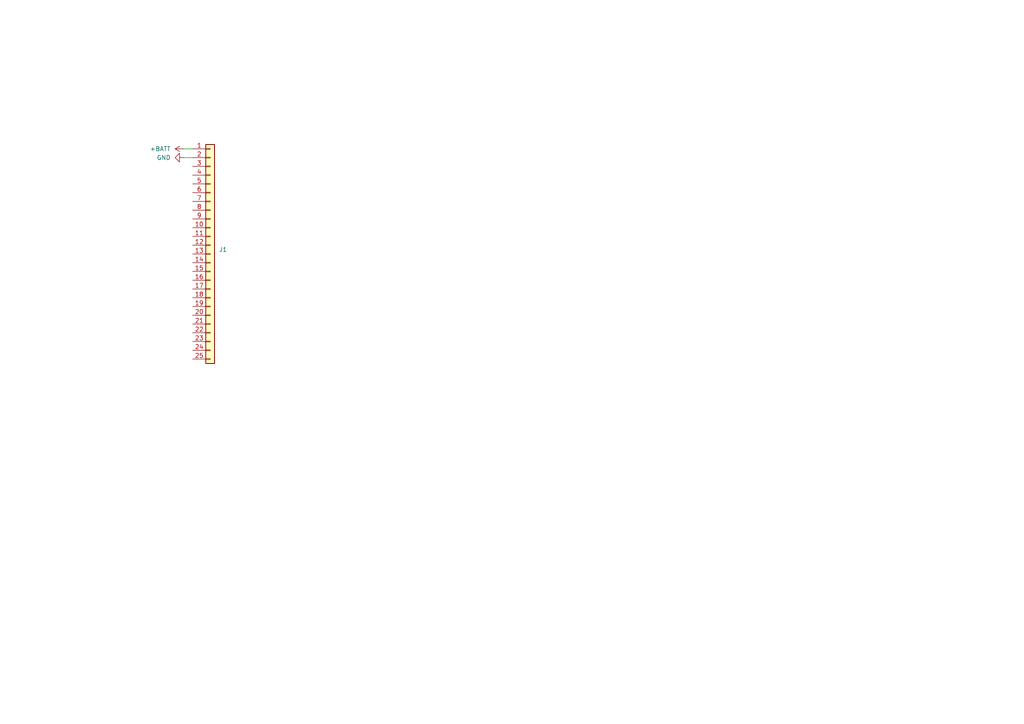
<source format=kicad_sch>
(kicad_sch (version 20211123) (generator eeschema)
  (paper "A4")
  (lib_symbols
    (symbol "Connector_Generic:Conn_01x25" (pin_names (offset 1.016) hide)
      (property "Reference" "J" (at 0 33.02 0))
      (property "Value" "Conn_01x25" (at 0 -33.02 0))
      (symbol "Conn_01x25_1_1"
        (rectangle (start -1.27 -30.353) (end 0 -30.607) (stroke (width 0.1524)))
        (rectangle (start -1.27 -27.813) (end 0 -28.067) (stroke (width 0.1524)))
        (rectangle (start -1.27 -25.273) (end 0 -25.527) (stroke (width 0.1524)))
        (rectangle (start -1.27 -22.733) (end 0 -22.987) (stroke (width 0.1524)))
        (rectangle (start -1.27 -20.193) (end 0 -20.447) (stroke (width 0.1524)))
        (rectangle (start -1.27 -17.653) (end 0 -17.907) (stroke (width 0.1524)))
        (rectangle (start -1.27 -15.113) (end 0 -15.367) (stroke (width 0.1524)))
        (rectangle (start -1.27 -12.573) (end 0 -12.827) (stroke (width 0.1524)))
        (rectangle (start -1.27 -10.033) (end 0 -10.287) (stroke (width 0.1524)))
        (rectangle (start -1.27 -7.493) (end 0 -7.747) (stroke (width 0.1524)))
        (rectangle (start -1.27 -4.953) (end 0 -5.207) (stroke (width 0.1524)))
        (rectangle (start -1.27 -2.413) (end 0 -2.667) (stroke (width 0.1524)))
        (rectangle (start -1.27 0.127) (end 0 -0.127) (stroke (width 0.1524)))
        (rectangle (start -1.27 2.667) (end 0 2.413) (stroke (width 0.1524)))
        (rectangle (start -1.27 5.207) (end 0 4.953) (stroke (width 0.1524)))
        (rectangle (start -1.27 7.747) (end 0 7.493) (stroke (width 0.1524)))
        (rectangle (start -1.27 10.287) (end 0 10.033) (stroke (width 0.1524)))
        (rectangle (start -1.27 12.827) (end 0 12.573) (stroke (width 0.1524)))
        (rectangle (start -1.27 15.367) (end 0 15.113) (stroke (width 0.1524)))
        (rectangle (start -1.27 17.907) (end 0 17.653) (stroke (width 0.1524)))
        (rectangle (start -1.27 20.447) (end 0 20.193) (stroke (width 0.1524)))
        (rectangle (start -1.27 22.987) (end 0 22.733) (stroke (width 0.1524)))
        (rectangle (start -1.27 25.527) (end 0 25.273) (stroke (width 0.1524)))
        (rectangle (start -1.27 28.067) (end 0 27.813) (stroke (width 0.1524)))
        (rectangle (start -1.27 30.607) (end 0 30.353) (stroke (width 0.1524)))
        (rectangle (start -1.27 31.75) (end 1.27 -31.75) (stroke (width 0.254)) (fill (type background)))
        (pin passive line (at -5.08 30.48 0) (length 3.81) (name "Pin_1") (number "1"))
        (pin passive line (at -5.08 7.62 0) (length 3.81) (name "Pin_10") (number "10"))
        (pin passive line (at -5.08 5.08 0) (length 3.81) (name "Pin_11") (number "11"))
        (pin passive line (at -5.08 2.54 0) (length 3.81) (name "Pin_12") (number "12"))
        (pin passive line (at -5.08 0 0) (length 3.81) (name "Pin_13") (number "13"))
        (pin passive line (at -5.08 -2.54 0) (length 3.81) (name "Pin_14") (number "14"))
        (pin passive line (at -5.08 -5.08 0) (length 3.81) (name "Pin_15") (number "15"))
        (pin passive line (at -5.08 -7.62 0) (length 3.81) (name "Pin_16") (number "16"))
        (pin passive line (at -5.08 -10.16 0) (length 3.81) (name "Pin_17") (number "17"))
        (pin passive line (at -5.08 -12.7 0) (length 3.81) (name "Pin_18") (number "18"))
        (pin passive line (at -5.08 -15.24 0) (length 3.81) (name "Pin_19") (number "19"))
        (pin passive line (at -5.08 27.94 0) (length 3.81) (name "Pin_2") (number "2"))
        (pin passive line (at -5.08 -17.78 0) (length 3.81) (name "Pin_20") (number "20"))
        (pin passive line (at -5.08 -20.32 0) (length 3.81) (name "Pin_21") (number "21"))
        (pin passive line (at -5.08 -22.86 0) (length 3.81) (name "Pin_22") (number "22"))
        (pin passive line (at -5.08 -25.4 0) (length 3.81) (name "Pin_23") (number "23"))
        (pin passive line (at -5.08 -27.94 0) (length 3.81) (name "Pin_24") (number "24"))
        (pin passive line (at -5.08 -30.48 0) (length 3.81) (name "Pin_25") (number "25"))
        (pin passive line (at -5.08 25.4 0) (length 3.81) (name "Pin_3") (number "3"))
        (pin passive line (at -5.08 22.86 0) (length 3.81) (name "Pin_4") (number "4"))
        (pin passive line (at -5.08 20.32 0) (length 3.81) (name "Pin_5") (number "5"))
        (pin passive line (at -5.08 17.78 0) (length 3.81) (name "Pin_6") (number "6"))
        (pin passive line (at -5.08 15.24 0) (length 3.81) (name "Pin_7") (number "7"))
        (pin passive line (at -5.08 12.7 0) (length 3.81) (name "Pin_8") (number "8"))
        (pin passive line (at -5.08 10.16 0) (length 3.81) (name "Pin_9") (number "9"))
      )
    )
    (symbol "power:+BATT" (power) (pin_names (offset 0))
      (property "Value" "+BATT" (at 0 3.556 0))
      (symbol "+BATT_0_1"
        (polyline (pts (xy -0.762 1.27) (xy 0 2.54)))
        (polyline (pts (xy 0 0) (xy 0 2.54)))
        (polyline (pts (xy 0 2.54) (xy 0.762 1.27)))
      )
      (symbol "+BATT_1_1"
        (pin power_in line (at 0 0 90) (length 0) hide (name "+BATT") (number "1"))
      )
    )
    (symbol "power:GND" (power) (pin_names (offset 0))
      (property "Value" "GND" (at 0 -3.81 0))
      (symbol "GND_0_1"
        (polyline (pts (xy 0 0) (xy 0 -1.27) (xy 1.27 -1.27) (xy 0 -2.54) (xy -1.27 -1.27) (xy 0 -1.27)))
      )
      (symbol "GND_1_1"
        (pin power_in line (at 0 0 270) (length 0) hide (name "GND") (number "1"))
      )
    )
  )
  (wire (pts (xy 53.34 43.18) (xy 55.88 43.18)))
  (wire (pts (xy 53.34 45.72) (xy 55.88 45.72)))
  (symbol (lib_id "power:+BATT") (at 53.34 43.18 90) (unit 1)
    (property "Reference" "#PWR?" (effects hide))
  )
  (symbol (lib_id "power:GND") (at 53.34 45.72 270) (unit 1)
    (property "Reference" "#PWR?" (effects hide))
  )
  (symbol (lib_id "Connector_Generic:Conn_01x25") (at 60.96 73.66 0) (unit 1)
    (property "Reference" "J1" (at 63.5 72.3899 0) (effects (justify left)))
  )
)
</source>
